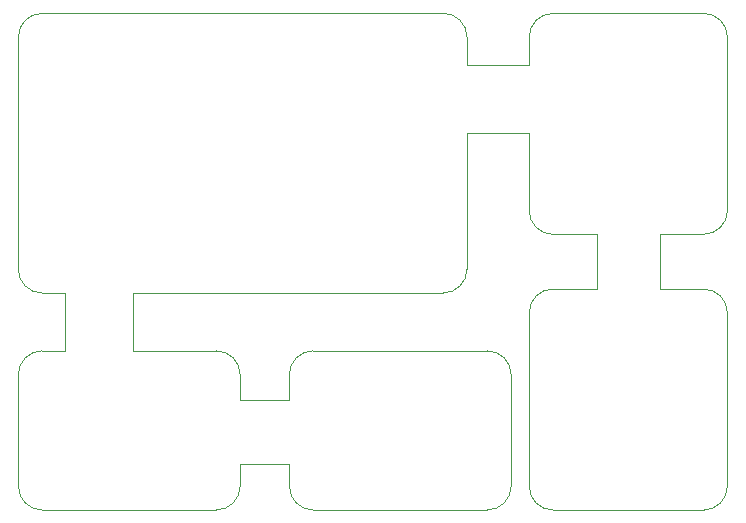
<source format=gm1>
%TF.GenerationSoftware,KiCad,Pcbnew,7.0.10*%
%TF.CreationDate,2024-02-01T11:48:47+08:00*%
%TF.ProjectId,UINIO-Storage,55494e49-4f2d-4537-946f-726167652e6b,Version 1.0.0*%
%TF.SameCoordinates,PX75dd570PY4f4ebc0*%
%TF.FileFunction,Profile,NP*%
%FSLAX46Y46*%
G04 Gerber Fmt 4.6, Leading zero omitted, Abs format (unit mm)*
G04 Created by KiCad (PCBNEW 7.0.10) date 2024-02-01 11:48:47*
%MOMM*%
%LPD*%
G01*
G04 APERTURE LIST*
%TA.AperFunction,Profile*%
%ADD10C,0.100000*%
%TD*%
G04 APERTURE END LIST*
D10*
X16760000Y-32780000D02*
X20935000Y-32780000D01*
X16760000Y-38120000D02*
X20935000Y-38120000D01*
X43240000Y-23350000D02*
G75*
G03*
X41240000Y-25350000I0J-2000000D01*
G01*
X7680000Y-28580000D02*
X14760000Y-28580000D01*
X41240000Y-40050000D02*
X41240000Y-25350000D01*
X52320000Y-18710000D02*
X56020000Y-18710000D01*
X-2012000Y-21677000D02*
G75*
G03*
X-12000Y-23677000I2000000J0D01*
G01*
X35970000Y-2003000D02*
G75*
G03*
X33970000Y-3000I-2000000J0D01*
G01*
X16760000Y-30580000D02*
X16760000Y-32780000D01*
X56020000Y-42050000D02*
X43240000Y-42050000D01*
X33970000Y-23677000D02*
X28770000Y-23680000D01*
X20935000Y-40050000D02*
X20935000Y-38120000D01*
X41240000Y-40050000D02*
G75*
G03*
X43240000Y-42050000I2000000J0D01*
G01*
X41240000Y-16710000D02*
G75*
G03*
X43240000Y-18710000I2000000J0D01*
G01*
X22935000Y-28580000D02*
X30100000Y-28580000D01*
X43240000Y-23350000D02*
X47000000Y-23350000D01*
X43240000Y-18710000D02*
X47000000Y-18710000D01*
X39705000Y-30580000D02*
G75*
G03*
X37705000Y-28580000I-2000000J0D01*
G01*
X20935000Y-40050000D02*
G75*
G03*
X22935000Y-42050000I2000000J0D01*
G01*
X-12000Y-3000D02*
X33970000Y-3000D01*
X52320000Y-18710000D02*
X52320000Y-23350000D01*
X-10000Y-28580000D02*
X1900000Y-28580000D01*
X35970000Y-21677000D02*
X35970000Y-10130000D01*
X58020000Y-2010000D02*
X58020000Y-16710000D01*
X20935000Y-30580000D02*
X20935000Y-32780000D01*
X-10000Y-28580000D02*
G75*
G03*
X-2010000Y-30580000I0J-2000000D01*
G01*
X1900000Y-23680000D02*
X1900000Y-28580000D01*
X58020000Y-2010000D02*
G75*
G03*
X56020000Y-10000I-2000000J0D01*
G01*
X-2010000Y-40050000D02*
G75*
G03*
X-10000Y-42050000I2000000J0D01*
G01*
X22935000Y-28580000D02*
G75*
G03*
X20935000Y-30580000I0J-2000000D01*
G01*
X41240000Y-2010000D02*
X41240000Y-4350000D01*
X58020000Y-25350000D02*
G75*
G03*
X56020000Y-23350000I-2000000J0D01*
G01*
X28770000Y-23680000D02*
X7680000Y-23680000D01*
X-2012000Y-21677000D02*
X-2012000Y-2003000D01*
X56020000Y-42050000D02*
G75*
G03*
X58020000Y-40050000I0J2000000D01*
G01*
X14760000Y-42050000D02*
X-10000Y-42050000D01*
X16760000Y-30580000D02*
G75*
G03*
X14760000Y-28580000I-2000000J0D01*
G01*
X43240000Y-10000D02*
G75*
G03*
X41240000Y-2010000I0J-2000000D01*
G01*
X-2010000Y-40050000D02*
X-2010000Y-30580000D01*
X33970000Y-23677000D02*
G75*
G03*
X35970000Y-21677000I0J2000000D01*
G01*
X-12000Y-3000D02*
G75*
G03*
X-2012000Y-2003000I0J-2000000D01*
G01*
X52320000Y-23350000D02*
X56020000Y-23350000D01*
X47000000Y-18710000D02*
X47000000Y-23350000D01*
X30100000Y-28580000D02*
X37705000Y-28580000D01*
X16760000Y-40050000D02*
X16760000Y-38120000D01*
X43240000Y-10000D02*
X56020000Y-10000D01*
X37705000Y-42050000D02*
X22935000Y-42050000D01*
X37705000Y-42050000D02*
G75*
G03*
X39705000Y-40050000I0J2000000D01*
G01*
X35970000Y-10130000D02*
X41240000Y-10130000D01*
X1900000Y-23680000D02*
X-12000Y-23677000D01*
X56020000Y-18710000D02*
G75*
G03*
X58020000Y-16710000I0J2000000D01*
G01*
X14760000Y-42050000D02*
G75*
G03*
X16760000Y-40050000I0J2000000D01*
G01*
X41240000Y-10130000D02*
X41240000Y-16710000D01*
X58020000Y-25350000D02*
X58020000Y-40050000D01*
X35970000Y-4350000D02*
X35970000Y-2003000D01*
X7680000Y-23680000D02*
X7680000Y-28580000D01*
X39705000Y-30580000D02*
X39705000Y-40050000D01*
X35970000Y-4350000D02*
X41240000Y-4350000D01*
M02*

</source>
